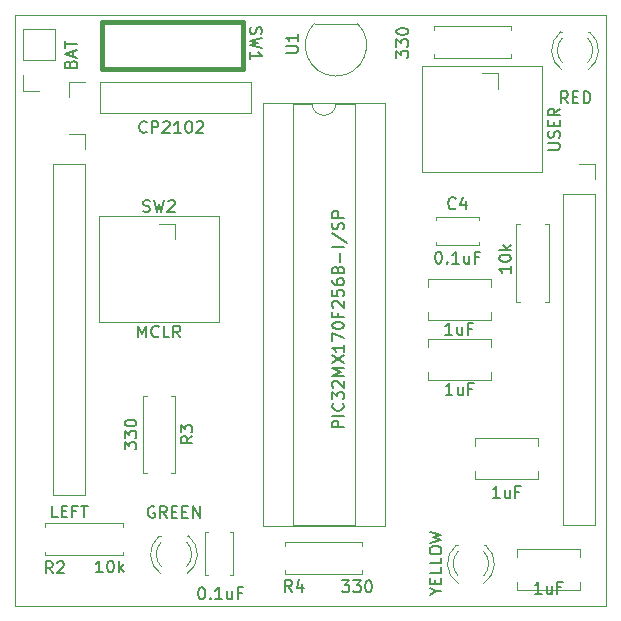
<source format=gbr>
%TF.GenerationSoftware,KiCad,Pcbnew,7.0.1*%
%TF.CreationDate,2023-04-17T16:28:37-05:00*%
%TF.ProjectId,MechCirc,4d656368-4369-4726-932e-6b696361645f,rev?*%
%TF.SameCoordinates,Original*%
%TF.FileFunction,Legend,Top*%
%TF.FilePolarity,Positive*%
%FSLAX46Y46*%
G04 Gerber Fmt 4.6, Leading zero omitted, Abs format (unit mm)*
G04 Created by KiCad (PCBNEW 7.0.1) date 2023-04-17 16:28:37*
%MOMM*%
%LPD*%
G01*
G04 APERTURE LIST*
%ADD10C,0.150000*%
%ADD11C,0.120000*%
%ADD12C,0.400000*%
%TA.AperFunction,Profile*%
%ADD13C,0.100000*%
%TD*%
G04 APERTURE END LIST*
D10*
%TO.C,R4*%
X148422190Y-123832408D02*
X148088857Y-123356217D01*
X147850762Y-123832408D02*
X147850762Y-122832408D01*
X147850762Y-122832408D02*
X148231714Y-122832408D01*
X148231714Y-122832408D02*
X148326952Y-122880027D01*
X148326952Y-122880027D02*
X148374571Y-122927646D01*
X148374571Y-122927646D02*
X148422190Y-123022884D01*
X148422190Y-123022884D02*
X148422190Y-123165741D01*
X148422190Y-123165741D02*
X148374571Y-123260979D01*
X148374571Y-123260979D02*
X148326952Y-123308598D01*
X148326952Y-123308598D02*
X148231714Y-123356217D01*
X148231714Y-123356217D02*
X147850762Y-123356217D01*
X149279333Y-123165741D02*
X149279333Y-123832408D01*
X149041238Y-122784789D02*
X148803143Y-123499074D01*
X148803143Y-123499074D02*
X149422190Y-123499074D01*
X152662562Y-122862183D02*
X153281609Y-122862183D01*
X153281609Y-122862183D02*
X152948276Y-123243135D01*
X152948276Y-123243135D02*
X153091133Y-123243135D01*
X153091133Y-123243135D02*
X153186371Y-123290754D01*
X153186371Y-123290754D02*
X153233990Y-123338373D01*
X153233990Y-123338373D02*
X153281609Y-123433611D01*
X153281609Y-123433611D02*
X153281609Y-123671706D01*
X153281609Y-123671706D02*
X153233990Y-123766944D01*
X153233990Y-123766944D02*
X153186371Y-123814564D01*
X153186371Y-123814564D02*
X153091133Y-123862183D01*
X153091133Y-123862183D02*
X152805419Y-123862183D01*
X152805419Y-123862183D02*
X152710181Y-123814564D01*
X152710181Y-123814564D02*
X152662562Y-123766944D01*
X153614943Y-122862183D02*
X154233990Y-122862183D01*
X154233990Y-122862183D02*
X153900657Y-123243135D01*
X153900657Y-123243135D02*
X154043514Y-123243135D01*
X154043514Y-123243135D02*
X154138752Y-123290754D01*
X154138752Y-123290754D02*
X154186371Y-123338373D01*
X154186371Y-123338373D02*
X154233990Y-123433611D01*
X154233990Y-123433611D02*
X154233990Y-123671706D01*
X154233990Y-123671706D02*
X154186371Y-123766944D01*
X154186371Y-123766944D02*
X154138752Y-123814564D01*
X154138752Y-123814564D02*
X154043514Y-123862183D01*
X154043514Y-123862183D02*
X153757800Y-123862183D01*
X153757800Y-123862183D02*
X153662562Y-123814564D01*
X153662562Y-123814564D02*
X153614943Y-123766944D01*
X154853038Y-122862183D02*
X154948276Y-122862183D01*
X154948276Y-122862183D02*
X155043514Y-122909802D01*
X155043514Y-122909802D02*
X155091133Y-122957421D01*
X155091133Y-122957421D02*
X155138752Y-123052659D01*
X155138752Y-123052659D02*
X155186371Y-123243135D01*
X155186371Y-123243135D02*
X155186371Y-123481230D01*
X155186371Y-123481230D02*
X155138752Y-123671706D01*
X155138752Y-123671706D02*
X155091133Y-123766944D01*
X155091133Y-123766944D02*
X155043514Y-123814564D01*
X155043514Y-123814564D02*
X154948276Y-123862183D01*
X154948276Y-123862183D02*
X154853038Y-123862183D01*
X154853038Y-123862183D02*
X154757800Y-123814564D01*
X154757800Y-123814564D02*
X154710181Y-123766944D01*
X154710181Y-123766944D02*
X154662562Y-123671706D01*
X154662562Y-123671706D02*
X154614943Y-123481230D01*
X154614943Y-123481230D02*
X154614943Y-123243135D01*
X154614943Y-123243135D02*
X154662562Y-123052659D01*
X154662562Y-123052659D02*
X154710181Y-122957421D01*
X154710181Y-122957421D02*
X154757800Y-122909802D01*
X154757800Y-122909802D02*
X154853038Y-122862183D01*
%TO.C,C4*%
X162267090Y-91349520D02*
X162219471Y-91397140D01*
X162219471Y-91397140D02*
X162076614Y-91444759D01*
X162076614Y-91444759D02*
X161981376Y-91444759D01*
X161981376Y-91444759D02*
X161838519Y-91397140D01*
X161838519Y-91397140D02*
X161743281Y-91301901D01*
X161743281Y-91301901D02*
X161695662Y-91206663D01*
X161695662Y-91206663D02*
X161648043Y-91016187D01*
X161648043Y-91016187D02*
X161648043Y-90873330D01*
X161648043Y-90873330D02*
X161695662Y-90682854D01*
X161695662Y-90682854D02*
X161743281Y-90587616D01*
X161743281Y-90587616D02*
X161838519Y-90492378D01*
X161838519Y-90492378D02*
X161981376Y-90444759D01*
X161981376Y-90444759D02*
X162076614Y-90444759D01*
X162076614Y-90444759D02*
X162219471Y-90492378D01*
X162219471Y-90492378D02*
X162267090Y-90539997D01*
X163124233Y-90778092D02*
X163124233Y-91444759D01*
X162886138Y-90397140D02*
X162648043Y-91111425D01*
X162648043Y-91111425D02*
X163267090Y-91111425D01*
X160790900Y-95044759D02*
X160886138Y-95044759D01*
X160886138Y-95044759D02*
X160981376Y-95092378D01*
X160981376Y-95092378D02*
X161028995Y-95139997D01*
X161028995Y-95139997D02*
X161076614Y-95235235D01*
X161076614Y-95235235D02*
X161124233Y-95425711D01*
X161124233Y-95425711D02*
X161124233Y-95663806D01*
X161124233Y-95663806D02*
X161076614Y-95854282D01*
X161076614Y-95854282D02*
X161028995Y-95949520D01*
X161028995Y-95949520D02*
X160981376Y-95997140D01*
X160981376Y-95997140D02*
X160886138Y-96044759D01*
X160886138Y-96044759D02*
X160790900Y-96044759D01*
X160790900Y-96044759D02*
X160695662Y-95997140D01*
X160695662Y-95997140D02*
X160648043Y-95949520D01*
X160648043Y-95949520D02*
X160600424Y-95854282D01*
X160600424Y-95854282D02*
X160552805Y-95663806D01*
X160552805Y-95663806D02*
X160552805Y-95425711D01*
X160552805Y-95425711D02*
X160600424Y-95235235D01*
X160600424Y-95235235D02*
X160648043Y-95139997D01*
X160648043Y-95139997D02*
X160695662Y-95092378D01*
X160695662Y-95092378D02*
X160790900Y-95044759D01*
X161552805Y-95949520D02*
X161600424Y-95997140D01*
X161600424Y-95997140D02*
X161552805Y-96044759D01*
X161552805Y-96044759D02*
X161505186Y-95997140D01*
X161505186Y-95997140D02*
X161552805Y-95949520D01*
X161552805Y-95949520D02*
X161552805Y-96044759D01*
X162552804Y-96044759D02*
X161981376Y-96044759D01*
X162267090Y-96044759D02*
X162267090Y-95044759D01*
X162267090Y-95044759D02*
X162171852Y-95187616D01*
X162171852Y-95187616D02*
X162076614Y-95282854D01*
X162076614Y-95282854D02*
X161981376Y-95330473D01*
X163409947Y-95378092D02*
X163409947Y-96044759D01*
X162981376Y-95378092D02*
X162981376Y-95901901D01*
X162981376Y-95901901D02*
X163028995Y-95997140D01*
X163028995Y-95997140D02*
X163124233Y-96044759D01*
X163124233Y-96044759D02*
X163267090Y-96044759D01*
X163267090Y-96044759D02*
X163362328Y-95997140D01*
X163362328Y-95997140D02*
X163409947Y-95949520D01*
X164219471Y-95520949D02*
X163886138Y-95520949D01*
X163886138Y-96044759D02*
X163886138Y-95044759D01*
X163886138Y-95044759D02*
X164362328Y-95044759D01*
%TO.C,R2*%
X128161739Y-122265044D02*
X127828406Y-121788853D01*
X127590311Y-122265044D02*
X127590311Y-121265044D01*
X127590311Y-121265044D02*
X127971263Y-121265044D01*
X127971263Y-121265044D02*
X128066501Y-121312663D01*
X128066501Y-121312663D02*
X128114120Y-121360282D01*
X128114120Y-121360282D02*
X128161739Y-121455520D01*
X128161739Y-121455520D02*
X128161739Y-121598377D01*
X128161739Y-121598377D02*
X128114120Y-121693615D01*
X128114120Y-121693615D02*
X128066501Y-121741234D01*
X128066501Y-121741234D02*
X127971263Y-121788853D01*
X127971263Y-121788853D02*
X127590311Y-121788853D01*
X128542692Y-121360282D02*
X128590311Y-121312663D01*
X128590311Y-121312663D02*
X128685549Y-121265044D01*
X128685549Y-121265044D02*
X128923644Y-121265044D01*
X128923644Y-121265044D02*
X129018882Y-121312663D01*
X129018882Y-121312663D02*
X129066501Y-121360282D01*
X129066501Y-121360282D02*
X129114120Y-121455520D01*
X129114120Y-121455520D02*
X129114120Y-121550758D01*
X129114120Y-121550758D02*
X129066501Y-121693615D01*
X129066501Y-121693615D02*
X128495073Y-122265044D01*
X128495073Y-122265044D02*
X129114120Y-122265044D01*
X132397847Y-122185645D02*
X131826419Y-122185645D01*
X132112133Y-122185645D02*
X132112133Y-121185645D01*
X132112133Y-121185645D02*
X132016895Y-121328502D01*
X132016895Y-121328502D02*
X131921657Y-121423740D01*
X131921657Y-121423740D02*
X131826419Y-121471359D01*
X133016895Y-121185645D02*
X133112133Y-121185645D01*
X133112133Y-121185645D02*
X133207371Y-121233264D01*
X133207371Y-121233264D02*
X133254990Y-121280883D01*
X133254990Y-121280883D02*
X133302609Y-121376121D01*
X133302609Y-121376121D02*
X133350228Y-121566597D01*
X133350228Y-121566597D02*
X133350228Y-121804692D01*
X133350228Y-121804692D02*
X133302609Y-121995168D01*
X133302609Y-121995168D02*
X133254990Y-122090406D01*
X133254990Y-122090406D02*
X133207371Y-122138026D01*
X133207371Y-122138026D02*
X133112133Y-122185645D01*
X133112133Y-122185645D02*
X133016895Y-122185645D01*
X133016895Y-122185645D02*
X132921657Y-122138026D01*
X132921657Y-122138026D02*
X132874038Y-122090406D01*
X132874038Y-122090406D02*
X132826419Y-121995168D01*
X132826419Y-121995168D02*
X132778800Y-121804692D01*
X132778800Y-121804692D02*
X132778800Y-121566597D01*
X132778800Y-121566597D02*
X132826419Y-121376121D01*
X132826419Y-121376121D02*
X132874038Y-121280883D01*
X132874038Y-121280883D02*
X132921657Y-121233264D01*
X132921657Y-121233264D02*
X133016895Y-121185645D01*
X133778800Y-122185645D02*
X133778800Y-121185645D01*
X133874038Y-121804692D02*
X134159752Y-122185645D01*
X134159752Y-121518978D02*
X133778800Y-121899930D01*
%TO.C,R5*%
X166952859Y-96251776D02*
X166952859Y-96823204D01*
X166952859Y-96537490D02*
X165952859Y-96537490D01*
X165952859Y-96537490D02*
X166095716Y-96632728D01*
X166095716Y-96632728D02*
X166190954Y-96727966D01*
X166190954Y-96727966D02*
X166238573Y-96823204D01*
X165952859Y-95632728D02*
X165952859Y-95537490D01*
X165952859Y-95537490D02*
X166000478Y-95442252D01*
X166000478Y-95442252D02*
X166048097Y-95394633D01*
X166048097Y-95394633D02*
X166143335Y-95347014D01*
X166143335Y-95347014D02*
X166333811Y-95299395D01*
X166333811Y-95299395D02*
X166571906Y-95299395D01*
X166571906Y-95299395D02*
X166762382Y-95347014D01*
X166762382Y-95347014D02*
X166857620Y-95394633D01*
X166857620Y-95394633D02*
X166905240Y-95442252D01*
X166905240Y-95442252D02*
X166952859Y-95537490D01*
X166952859Y-95537490D02*
X166952859Y-95632728D01*
X166952859Y-95632728D02*
X166905240Y-95727966D01*
X166905240Y-95727966D02*
X166857620Y-95775585D01*
X166857620Y-95775585D02*
X166762382Y-95823204D01*
X166762382Y-95823204D02*
X166571906Y-95870823D01*
X166571906Y-95870823D02*
X166333811Y-95870823D01*
X166333811Y-95870823D02*
X166143335Y-95823204D01*
X166143335Y-95823204D02*
X166048097Y-95775585D01*
X166048097Y-95775585D02*
X166000478Y-95727966D01*
X166000478Y-95727966D02*
X165952859Y-95632728D01*
X166952859Y-94870823D02*
X165952859Y-94870823D01*
X166571906Y-94775585D02*
X166952859Y-94489871D01*
X166286192Y-94489871D02*
X166667144Y-94870823D01*
%TO.C,SW1*%
X144910105Y-76046200D02*
X144862485Y-76189057D01*
X144862485Y-76189057D02*
X144862485Y-76427152D01*
X144862485Y-76427152D02*
X144910105Y-76522390D01*
X144910105Y-76522390D02*
X144957724Y-76570009D01*
X144957724Y-76570009D02*
X145052962Y-76617628D01*
X145052962Y-76617628D02*
X145148200Y-76617628D01*
X145148200Y-76617628D02*
X145243438Y-76570009D01*
X145243438Y-76570009D02*
X145291057Y-76522390D01*
X145291057Y-76522390D02*
X145338676Y-76427152D01*
X145338676Y-76427152D02*
X145386295Y-76236676D01*
X145386295Y-76236676D02*
X145433914Y-76141438D01*
X145433914Y-76141438D02*
X145481533Y-76093819D01*
X145481533Y-76093819D02*
X145576771Y-76046200D01*
X145576771Y-76046200D02*
X145672009Y-76046200D01*
X145672009Y-76046200D02*
X145767247Y-76093819D01*
X145767247Y-76093819D02*
X145814866Y-76141438D01*
X145814866Y-76141438D02*
X145862485Y-76236676D01*
X145862485Y-76236676D02*
X145862485Y-76474771D01*
X145862485Y-76474771D02*
X145814866Y-76617628D01*
X145862485Y-76950962D02*
X144862485Y-77189057D01*
X144862485Y-77189057D02*
X145576771Y-77379533D01*
X145576771Y-77379533D02*
X144862485Y-77570009D01*
X144862485Y-77570009D02*
X145862485Y-77808105D01*
X144862485Y-78712866D02*
X144862485Y-78141438D01*
X144862485Y-78427152D02*
X145862485Y-78427152D01*
X145862485Y-78427152D02*
X145719628Y-78331914D01*
X145719628Y-78331914D02*
X145624390Y-78236676D01*
X145624390Y-78236676D02*
X145576771Y-78141438D01*
%TO.C,D2*%
X136765237Y-116628133D02*
X136669999Y-116580514D01*
X136669999Y-116580514D02*
X136527142Y-116580514D01*
X136527142Y-116580514D02*
X136384285Y-116628133D01*
X136384285Y-116628133D02*
X136289047Y-116723371D01*
X136289047Y-116723371D02*
X136241428Y-116818609D01*
X136241428Y-116818609D02*
X136193809Y-117009085D01*
X136193809Y-117009085D02*
X136193809Y-117151942D01*
X136193809Y-117151942D02*
X136241428Y-117342418D01*
X136241428Y-117342418D02*
X136289047Y-117437656D01*
X136289047Y-117437656D02*
X136384285Y-117532895D01*
X136384285Y-117532895D02*
X136527142Y-117580514D01*
X136527142Y-117580514D02*
X136622380Y-117580514D01*
X136622380Y-117580514D02*
X136765237Y-117532895D01*
X136765237Y-117532895D02*
X136812856Y-117485275D01*
X136812856Y-117485275D02*
X136812856Y-117151942D01*
X136812856Y-117151942D02*
X136622380Y-117151942D01*
X137812856Y-117580514D02*
X137479523Y-117104323D01*
X137241428Y-117580514D02*
X137241428Y-116580514D01*
X137241428Y-116580514D02*
X137622380Y-116580514D01*
X137622380Y-116580514D02*
X137717618Y-116628133D01*
X137717618Y-116628133D02*
X137765237Y-116675752D01*
X137765237Y-116675752D02*
X137812856Y-116770990D01*
X137812856Y-116770990D02*
X137812856Y-116913847D01*
X137812856Y-116913847D02*
X137765237Y-117009085D01*
X137765237Y-117009085D02*
X137717618Y-117056704D01*
X137717618Y-117056704D02*
X137622380Y-117104323D01*
X137622380Y-117104323D02*
X137241428Y-117104323D01*
X138241428Y-117056704D02*
X138574761Y-117056704D01*
X138717618Y-117580514D02*
X138241428Y-117580514D01*
X138241428Y-117580514D02*
X138241428Y-116580514D01*
X138241428Y-116580514D02*
X138717618Y-116580514D01*
X139146190Y-117056704D02*
X139479523Y-117056704D01*
X139622380Y-117580514D02*
X139146190Y-117580514D01*
X139146190Y-117580514D02*
X139146190Y-116580514D01*
X139146190Y-116580514D02*
X139622380Y-116580514D01*
X140050952Y-117580514D02*
X140050952Y-116580514D01*
X140050952Y-116580514D02*
X140622380Y-117580514D01*
X140622380Y-117580514D02*
X140622380Y-116580514D01*
%TO.C,SW2*%
X135826667Y-91625000D02*
X135969524Y-91672619D01*
X135969524Y-91672619D02*
X136207619Y-91672619D01*
X136207619Y-91672619D02*
X136302857Y-91625000D01*
X136302857Y-91625000D02*
X136350476Y-91577380D01*
X136350476Y-91577380D02*
X136398095Y-91482142D01*
X136398095Y-91482142D02*
X136398095Y-91386904D01*
X136398095Y-91386904D02*
X136350476Y-91291666D01*
X136350476Y-91291666D02*
X136302857Y-91244047D01*
X136302857Y-91244047D02*
X136207619Y-91196428D01*
X136207619Y-91196428D02*
X136017143Y-91148809D01*
X136017143Y-91148809D02*
X135921905Y-91101190D01*
X135921905Y-91101190D02*
X135874286Y-91053571D01*
X135874286Y-91053571D02*
X135826667Y-90958333D01*
X135826667Y-90958333D02*
X135826667Y-90863095D01*
X135826667Y-90863095D02*
X135874286Y-90767857D01*
X135874286Y-90767857D02*
X135921905Y-90720238D01*
X135921905Y-90720238D02*
X136017143Y-90672619D01*
X136017143Y-90672619D02*
X136255238Y-90672619D01*
X136255238Y-90672619D02*
X136398095Y-90720238D01*
X136731429Y-90672619D02*
X136969524Y-91672619D01*
X136969524Y-91672619D02*
X137160000Y-90958333D01*
X137160000Y-90958333D02*
X137350476Y-91672619D01*
X137350476Y-91672619D02*
X137588572Y-90672619D01*
X137921905Y-90767857D02*
X137969524Y-90720238D01*
X137969524Y-90720238D02*
X138064762Y-90672619D01*
X138064762Y-90672619D02*
X138302857Y-90672619D01*
X138302857Y-90672619D02*
X138398095Y-90720238D01*
X138398095Y-90720238D02*
X138445714Y-90767857D01*
X138445714Y-90767857D02*
X138493333Y-90863095D01*
X138493333Y-90863095D02*
X138493333Y-90958333D01*
X138493333Y-90958333D02*
X138445714Y-91101190D01*
X138445714Y-91101190D02*
X137874286Y-91672619D01*
X137874286Y-91672619D02*
X138493333Y-91672619D01*
X135421905Y-102292619D02*
X135421905Y-101292619D01*
X135421905Y-101292619D02*
X135755238Y-102006904D01*
X135755238Y-102006904D02*
X136088571Y-101292619D01*
X136088571Y-101292619D02*
X136088571Y-102292619D01*
X137136190Y-102197380D02*
X137088571Y-102245000D01*
X137088571Y-102245000D02*
X136945714Y-102292619D01*
X136945714Y-102292619D02*
X136850476Y-102292619D01*
X136850476Y-102292619D02*
X136707619Y-102245000D01*
X136707619Y-102245000D02*
X136612381Y-102149761D01*
X136612381Y-102149761D02*
X136564762Y-102054523D01*
X136564762Y-102054523D02*
X136517143Y-101864047D01*
X136517143Y-101864047D02*
X136517143Y-101721190D01*
X136517143Y-101721190D02*
X136564762Y-101530714D01*
X136564762Y-101530714D02*
X136612381Y-101435476D01*
X136612381Y-101435476D02*
X136707619Y-101340238D01*
X136707619Y-101340238D02*
X136850476Y-101292619D01*
X136850476Y-101292619D02*
X136945714Y-101292619D01*
X136945714Y-101292619D02*
X137088571Y-101340238D01*
X137088571Y-101340238D02*
X137136190Y-101387857D01*
X138040952Y-102292619D02*
X137564762Y-102292619D01*
X137564762Y-102292619D02*
X137564762Y-101292619D01*
X138945714Y-102292619D02*
X138612381Y-101816428D01*
X138374286Y-102292619D02*
X138374286Y-101292619D01*
X138374286Y-101292619D02*
X138755238Y-101292619D01*
X138755238Y-101292619D02*
X138850476Y-101340238D01*
X138850476Y-101340238D02*
X138898095Y-101387857D01*
X138898095Y-101387857D02*
X138945714Y-101483095D01*
X138945714Y-101483095D02*
X138945714Y-101625952D01*
X138945714Y-101625952D02*
X138898095Y-101721190D01*
X138898095Y-101721190D02*
X138850476Y-101768809D01*
X138850476Y-101768809D02*
X138755238Y-101816428D01*
X138755238Y-101816428D02*
X138374286Y-101816428D01*
%TO.C,D1*%
X171770233Y-82466371D02*
X171436900Y-81990180D01*
X171198805Y-82466371D02*
X171198805Y-81466371D01*
X171198805Y-81466371D02*
X171579757Y-81466371D01*
X171579757Y-81466371D02*
X171674995Y-81513990D01*
X171674995Y-81513990D02*
X171722614Y-81561609D01*
X171722614Y-81561609D02*
X171770233Y-81656847D01*
X171770233Y-81656847D02*
X171770233Y-81799704D01*
X171770233Y-81799704D02*
X171722614Y-81894942D01*
X171722614Y-81894942D02*
X171674995Y-81942561D01*
X171674995Y-81942561D02*
X171579757Y-81990180D01*
X171579757Y-81990180D02*
X171198805Y-81990180D01*
X172198805Y-81942561D02*
X172532138Y-81942561D01*
X172674995Y-82466371D02*
X172198805Y-82466371D01*
X172198805Y-82466371D02*
X172198805Y-81466371D01*
X172198805Y-81466371D02*
X172674995Y-81466371D01*
X173103567Y-82466371D02*
X173103567Y-81466371D01*
X173103567Y-81466371D02*
X173341662Y-81466371D01*
X173341662Y-81466371D02*
X173484519Y-81513990D01*
X173484519Y-81513990D02*
X173579757Y-81609228D01*
X173579757Y-81609228D02*
X173627376Y-81704466D01*
X173627376Y-81704466D02*
X173674995Y-81894942D01*
X173674995Y-81894942D02*
X173674995Y-82037799D01*
X173674995Y-82037799D02*
X173627376Y-82228275D01*
X173627376Y-82228275D02*
X173579757Y-82323513D01*
X173579757Y-82323513D02*
X173484519Y-82418752D01*
X173484519Y-82418752D02*
X173341662Y-82466371D01*
X173341662Y-82466371D02*
X173103567Y-82466371D01*
%TO.C,J2*%
X136113748Y-84892806D02*
X136066129Y-84940426D01*
X136066129Y-84940426D02*
X135923272Y-84988045D01*
X135923272Y-84988045D02*
X135828034Y-84988045D01*
X135828034Y-84988045D02*
X135685177Y-84940426D01*
X135685177Y-84940426D02*
X135589939Y-84845187D01*
X135589939Y-84845187D02*
X135542320Y-84749949D01*
X135542320Y-84749949D02*
X135494701Y-84559473D01*
X135494701Y-84559473D02*
X135494701Y-84416616D01*
X135494701Y-84416616D02*
X135542320Y-84226140D01*
X135542320Y-84226140D02*
X135589939Y-84130902D01*
X135589939Y-84130902D02*
X135685177Y-84035664D01*
X135685177Y-84035664D02*
X135828034Y-83988045D01*
X135828034Y-83988045D02*
X135923272Y-83988045D01*
X135923272Y-83988045D02*
X136066129Y-84035664D01*
X136066129Y-84035664D02*
X136113748Y-84083283D01*
X136542320Y-84988045D02*
X136542320Y-83988045D01*
X136542320Y-83988045D02*
X136923272Y-83988045D01*
X136923272Y-83988045D02*
X137018510Y-84035664D01*
X137018510Y-84035664D02*
X137066129Y-84083283D01*
X137066129Y-84083283D02*
X137113748Y-84178521D01*
X137113748Y-84178521D02*
X137113748Y-84321378D01*
X137113748Y-84321378D02*
X137066129Y-84416616D01*
X137066129Y-84416616D02*
X137018510Y-84464235D01*
X137018510Y-84464235D02*
X136923272Y-84511854D01*
X136923272Y-84511854D02*
X136542320Y-84511854D01*
X137494701Y-84083283D02*
X137542320Y-84035664D01*
X137542320Y-84035664D02*
X137637558Y-83988045D01*
X137637558Y-83988045D02*
X137875653Y-83988045D01*
X137875653Y-83988045D02*
X137970891Y-84035664D01*
X137970891Y-84035664D02*
X138018510Y-84083283D01*
X138018510Y-84083283D02*
X138066129Y-84178521D01*
X138066129Y-84178521D02*
X138066129Y-84273759D01*
X138066129Y-84273759D02*
X138018510Y-84416616D01*
X138018510Y-84416616D02*
X137447082Y-84988045D01*
X137447082Y-84988045D02*
X138066129Y-84988045D01*
X139018510Y-84988045D02*
X138447082Y-84988045D01*
X138732796Y-84988045D02*
X138732796Y-83988045D01*
X138732796Y-83988045D02*
X138637558Y-84130902D01*
X138637558Y-84130902D02*
X138542320Y-84226140D01*
X138542320Y-84226140D02*
X138447082Y-84273759D01*
X139637558Y-83988045D02*
X139732796Y-83988045D01*
X139732796Y-83988045D02*
X139828034Y-84035664D01*
X139828034Y-84035664D02*
X139875653Y-84083283D01*
X139875653Y-84083283D02*
X139923272Y-84178521D01*
X139923272Y-84178521D02*
X139970891Y-84368997D01*
X139970891Y-84368997D02*
X139970891Y-84607092D01*
X139970891Y-84607092D02*
X139923272Y-84797568D01*
X139923272Y-84797568D02*
X139875653Y-84892806D01*
X139875653Y-84892806D02*
X139828034Y-84940426D01*
X139828034Y-84940426D02*
X139732796Y-84988045D01*
X139732796Y-84988045D02*
X139637558Y-84988045D01*
X139637558Y-84988045D02*
X139542320Y-84940426D01*
X139542320Y-84940426D02*
X139494701Y-84892806D01*
X139494701Y-84892806D02*
X139447082Y-84797568D01*
X139447082Y-84797568D02*
X139399463Y-84607092D01*
X139399463Y-84607092D02*
X139399463Y-84368997D01*
X139399463Y-84368997D02*
X139447082Y-84178521D01*
X139447082Y-84178521D02*
X139494701Y-84083283D01*
X139494701Y-84083283D02*
X139542320Y-84035664D01*
X139542320Y-84035664D02*
X139637558Y-83988045D01*
X140351844Y-84083283D02*
X140399463Y-84035664D01*
X140399463Y-84035664D02*
X140494701Y-83988045D01*
X140494701Y-83988045D02*
X140732796Y-83988045D01*
X140732796Y-83988045D02*
X140828034Y-84035664D01*
X140828034Y-84035664D02*
X140875653Y-84083283D01*
X140875653Y-84083283D02*
X140923272Y-84178521D01*
X140923272Y-84178521D02*
X140923272Y-84273759D01*
X140923272Y-84273759D02*
X140875653Y-84416616D01*
X140875653Y-84416616D02*
X140304225Y-84988045D01*
X140304225Y-84988045D02*
X140923272Y-84988045D01*
%TO.C,U2*%
X152827222Y-109916887D02*
X151827222Y-109916887D01*
X151827222Y-109916887D02*
X151827222Y-109535935D01*
X151827222Y-109535935D02*
X151874841Y-109440697D01*
X151874841Y-109440697D02*
X151922460Y-109393078D01*
X151922460Y-109393078D02*
X152017698Y-109345459D01*
X152017698Y-109345459D02*
X152160555Y-109345459D01*
X152160555Y-109345459D02*
X152255793Y-109393078D01*
X152255793Y-109393078D02*
X152303412Y-109440697D01*
X152303412Y-109440697D02*
X152351031Y-109535935D01*
X152351031Y-109535935D02*
X152351031Y-109916887D01*
X152827222Y-108916887D02*
X151827222Y-108916887D01*
X152731983Y-107869269D02*
X152779603Y-107916888D01*
X152779603Y-107916888D02*
X152827222Y-108059745D01*
X152827222Y-108059745D02*
X152827222Y-108154983D01*
X152827222Y-108154983D02*
X152779603Y-108297840D01*
X152779603Y-108297840D02*
X152684364Y-108393078D01*
X152684364Y-108393078D02*
X152589126Y-108440697D01*
X152589126Y-108440697D02*
X152398650Y-108488316D01*
X152398650Y-108488316D02*
X152255793Y-108488316D01*
X152255793Y-108488316D02*
X152065317Y-108440697D01*
X152065317Y-108440697D02*
X151970079Y-108393078D01*
X151970079Y-108393078D02*
X151874841Y-108297840D01*
X151874841Y-108297840D02*
X151827222Y-108154983D01*
X151827222Y-108154983D02*
X151827222Y-108059745D01*
X151827222Y-108059745D02*
X151874841Y-107916888D01*
X151874841Y-107916888D02*
X151922460Y-107869269D01*
X151827222Y-107535935D02*
X151827222Y-106916888D01*
X151827222Y-106916888D02*
X152208174Y-107250221D01*
X152208174Y-107250221D02*
X152208174Y-107107364D01*
X152208174Y-107107364D02*
X152255793Y-107012126D01*
X152255793Y-107012126D02*
X152303412Y-106964507D01*
X152303412Y-106964507D02*
X152398650Y-106916888D01*
X152398650Y-106916888D02*
X152636745Y-106916888D01*
X152636745Y-106916888D02*
X152731983Y-106964507D01*
X152731983Y-106964507D02*
X152779603Y-107012126D01*
X152779603Y-107012126D02*
X152827222Y-107107364D01*
X152827222Y-107107364D02*
X152827222Y-107393078D01*
X152827222Y-107393078D02*
X152779603Y-107488316D01*
X152779603Y-107488316D02*
X152731983Y-107535935D01*
X151922460Y-106535935D02*
X151874841Y-106488316D01*
X151874841Y-106488316D02*
X151827222Y-106393078D01*
X151827222Y-106393078D02*
X151827222Y-106154983D01*
X151827222Y-106154983D02*
X151874841Y-106059745D01*
X151874841Y-106059745D02*
X151922460Y-106012126D01*
X151922460Y-106012126D02*
X152017698Y-105964507D01*
X152017698Y-105964507D02*
X152112936Y-105964507D01*
X152112936Y-105964507D02*
X152255793Y-106012126D01*
X152255793Y-106012126D02*
X152827222Y-106583554D01*
X152827222Y-106583554D02*
X152827222Y-105964507D01*
X152827222Y-105535935D02*
X151827222Y-105535935D01*
X151827222Y-105535935D02*
X152541507Y-105202602D01*
X152541507Y-105202602D02*
X151827222Y-104869269D01*
X151827222Y-104869269D02*
X152827222Y-104869269D01*
X151827222Y-104488316D02*
X152827222Y-103821650D01*
X151827222Y-103821650D02*
X152827222Y-104488316D01*
X152827222Y-102916888D02*
X152827222Y-103488316D01*
X152827222Y-103202602D02*
X151827222Y-103202602D01*
X151827222Y-103202602D02*
X151970079Y-103297840D01*
X151970079Y-103297840D02*
X152065317Y-103393078D01*
X152065317Y-103393078D02*
X152112936Y-103488316D01*
X151827222Y-102583554D02*
X151827222Y-101916888D01*
X151827222Y-101916888D02*
X152827222Y-102345459D01*
X151827222Y-101345459D02*
X151827222Y-101250221D01*
X151827222Y-101250221D02*
X151874841Y-101154983D01*
X151874841Y-101154983D02*
X151922460Y-101107364D01*
X151922460Y-101107364D02*
X152017698Y-101059745D01*
X152017698Y-101059745D02*
X152208174Y-101012126D01*
X152208174Y-101012126D02*
X152446269Y-101012126D01*
X152446269Y-101012126D02*
X152636745Y-101059745D01*
X152636745Y-101059745D02*
X152731983Y-101107364D01*
X152731983Y-101107364D02*
X152779603Y-101154983D01*
X152779603Y-101154983D02*
X152827222Y-101250221D01*
X152827222Y-101250221D02*
X152827222Y-101345459D01*
X152827222Y-101345459D02*
X152779603Y-101440697D01*
X152779603Y-101440697D02*
X152731983Y-101488316D01*
X152731983Y-101488316D02*
X152636745Y-101535935D01*
X152636745Y-101535935D02*
X152446269Y-101583554D01*
X152446269Y-101583554D02*
X152208174Y-101583554D01*
X152208174Y-101583554D02*
X152017698Y-101535935D01*
X152017698Y-101535935D02*
X151922460Y-101488316D01*
X151922460Y-101488316D02*
X151874841Y-101440697D01*
X151874841Y-101440697D02*
X151827222Y-101345459D01*
X152303412Y-100250221D02*
X152303412Y-100583554D01*
X152827222Y-100583554D02*
X151827222Y-100583554D01*
X151827222Y-100583554D02*
X151827222Y-100107364D01*
X151922460Y-99774030D02*
X151874841Y-99726411D01*
X151874841Y-99726411D02*
X151827222Y-99631173D01*
X151827222Y-99631173D02*
X151827222Y-99393078D01*
X151827222Y-99393078D02*
X151874841Y-99297840D01*
X151874841Y-99297840D02*
X151922460Y-99250221D01*
X151922460Y-99250221D02*
X152017698Y-99202602D01*
X152017698Y-99202602D02*
X152112936Y-99202602D01*
X152112936Y-99202602D02*
X152255793Y-99250221D01*
X152255793Y-99250221D02*
X152827222Y-99821649D01*
X152827222Y-99821649D02*
X152827222Y-99202602D01*
X151827222Y-98297840D02*
X151827222Y-98774030D01*
X151827222Y-98774030D02*
X152303412Y-98821649D01*
X152303412Y-98821649D02*
X152255793Y-98774030D01*
X152255793Y-98774030D02*
X152208174Y-98678792D01*
X152208174Y-98678792D02*
X152208174Y-98440697D01*
X152208174Y-98440697D02*
X152255793Y-98345459D01*
X152255793Y-98345459D02*
X152303412Y-98297840D01*
X152303412Y-98297840D02*
X152398650Y-98250221D01*
X152398650Y-98250221D02*
X152636745Y-98250221D01*
X152636745Y-98250221D02*
X152731983Y-98297840D01*
X152731983Y-98297840D02*
X152779603Y-98345459D01*
X152779603Y-98345459D02*
X152827222Y-98440697D01*
X152827222Y-98440697D02*
X152827222Y-98678792D01*
X152827222Y-98678792D02*
X152779603Y-98774030D01*
X152779603Y-98774030D02*
X152731983Y-98821649D01*
X151827222Y-97393078D02*
X151827222Y-97583554D01*
X151827222Y-97583554D02*
X151874841Y-97678792D01*
X151874841Y-97678792D02*
X151922460Y-97726411D01*
X151922460Y-97726411D02*
X152065317Y-97821649D01*
X152065317Y-97821649D02*
X152255793Y-97869268D01*
X152255793Y-97869268D02*
X152636745Y-97869268D01*
X152636745Y-97869268D02*
X152731983Y-97821649D01*
X152731983Y-97821649D02*
X152779603Y-97774030D01*
X152779603Y-97774030D02*
X152827222Y-97678792D01*
X152827222Y-97678792D02*
X152827222Y-97488316D01*
X152827222Y-97488316D02*
X152779603Y-97393078D01*
X152779603Y-97393078D02*
X152731983Y-97345459D01*
X152731983Y-97345459D02*
X152636745Y-97297840D01*
X152636745Y-97297840D02*
X152398650Y-97297840D01*
X152398650Y-97297840D02*
X152303412Y-97345459D01*
X152303412Y-97345459D02*
X152255793Y-97393078D01*
X152255793Y-97393078D02*
X152208174Y-97488316D01*
X152208174Y-97488316D02*
X152208174Y-97678792D01*
X152208174Y-97678792D02*
X152255793Y-97774030D01*
X152255793Y-97774030D02*
X152303412Y-97821649D01*
X152303412Y-97821649D02*
X152398650Y-97869268D01*
X152303412Y-96535935D02*
X152351031Y-96393078D01*
X152351031Y-96393078D02*
X152398650Y-96345459D01*
X152398650Y-96345459D02*
X152493888Y-96297840D01*
X152493888Y-96297840D02*
X152636745Y-96297840D01*
X152636745Y-96297840D02*
X152731983Y-96345459D01*
X152731983Y-96345459D02*
X152779603Y-96393078D01*
X152779603Y-96393078D02*
X152827222Y-96488316D01*
X152827222Y-96488316D02*
X152827222Y-96869268D01*
X152827222Y-96869268D02*
X151827222Y-96869268D01*
X151827222Y-96869268D02*
X151827222Y-96535935D01*
X151827222Y-96535935D02*
X151874841Y-96440697D01*
X151874841Y-96440697D02*
X151922460Y-96393078D01*
X151922460Y-96393078D02*
X152017698Y-96345459D01*
X152017698Y-96345459D02*
X152112936Y-96345459D01*
X152112936Y-96345459D02*
X152208174Y-96393078D01*
X152208174Y-96393078D02*
X152255793Y-96440697D01*
X152255793Y-96440697D02*
X152303412Y-96535935D01*
X152303412Y-96535935D02*
X152303412Y-96869268D01*
X152446269Y-95869268D02*
X152446269Y-95107364D01*
X152827222Y-94631173D02*
X151827222Y-94631173D01*
X151779603Y-93440698D02*
X153065317Y-94297840D01*
X152779603Y-93154983D02*
X152827222Y-93012126D01*
X152827222Y-93012126D02*
X152827222Y-92774031D01*
X152827222Y-92774031D02*
X152779603Y-92678793D01*
X152779603Y-92678793D02*
X152731983Y-92631174D01*
X152731983Y-92631174D02*
X152636745Y-92583555D01*
X152636745Y-92583555D02*
X152541507Y-92583555D01*
X152541507Y-92583555D02*
X152446269Y-92631174D01*
X152446269Y-92631174D02*
X152398650Y-92678793D01*
X152398650Y-92678793D02*
X152351031Y-92774031D01*
X152351031Y-92774031D02*
X152303412Y-92964507D01*
X152303412Y-92964507D02*
X152255793Y-93059745D01*
X152255793Y-93059745D02*
X152208174Y-93107364D01*
X152208174Y-93107364D02*
X152112936Y-93154983D01*
X152112936Y-93154983D02*
X152017698Y-93154983D01*
X152017698Y-93154983D02*
X151922460Y-93107364D01*
X151922460Y-93107364D02*
X151874841Y-93059745D01*
X151874841Y-93059745D02*
X151827222Y-92964507D01*
X151827222Y-92964507D02*
X151827222Y-92726412D01*
X151827222Y-92726412D02*
X151874841Y-92583555D01*
X152827222Y-92154983D02*
X151827222Y-92154983D01*
X151827222Y-92154983D02*
X151827222Y-91774031D01*
X151827222Y-91774031D02*
X151874841Y-91678793D01*
X151874841Y-91678793D02*
X151922460Y-91631174D01*
X151922460Y-91631174D02*
X152017698Y-91583555D01*
X152017698Y-91583555D02*
X152160555Y-91583555D01*
X152160555Y-91583555D02*
X152255793Y-91631174D01*
X152255793Y-91631174D02*
X152303412Y-91678793D01*
X152303412Y-91678793D02*
X152351031Y-91774031D01*
X152351031Y-91774031D02*
X152351031Y-92154983D01*
%TO.C,C1*%
X165988713Y-115878158D02*
X165417285Y-115878158D01*
X165702999Y-115878158D02*
X165702999Y-114878158D01*
X165702999Y-114878158D02*
X165607761Y-115021015D01*
X165607761Y-115021015D02*
X165512523Y-115116253D01*
X165512523Y-115116253D02*
X165417285Y-115163872D01*
X166845856Y-115211491D02*
X166845856Y-115878158D01*
X166417285Y-115211491D02*
X166417285Y-115735300D01*
X166417285Y-115735300D02*
X166464904Y-115830539D01*
X166464904Y-115830539D02*
X166560142Y-115878158D01*
X166560142Y-115878158D02*
X166702999Y-115878158D01*
X166702999Y-115878158D02*
X166798237Y-115830539D01*
X166798237Y-115830539D02*
X166845856Y-115782919D01*
X167655380Y-115354348D02*
X167322047Y-115354348D01*
X167322047Y-115878158D02*
X167322047Y-114878158D01*
X167322047Y-114878158D02*
X167798237Y-114878158D01*
%TO.C,U1*%
X147914051Y-78200986D02*
X148723574Y-78200986D01*
X148723574Y-78200986D02*
X148818812Y-78153367D01*
X148818812Y-78153367D02*
X148866432Y-78105748D01*
X148866432Y-78105748D02*
X148914051Y-78010510D01*
X148914051Y-78010510D02*
X148914051Y-77820034D01*
X148914051Y-77820034D02*
X148866432Y-77724796D01*
X148866432Y-77724796D02*
X148818812Y-77677177D01*
X148818812Y-77677177D02*
X148723574Y-77629558D01*
X148723574Y-77629558D02*
X147914051Y-77629558D01*
X148914051Y-76629558D02*
X148914051Y-77200986D01*
X148914051Y-76915272D02*
X147914051Y-76915272D01*
X147914051Y-76915272D02*
X148056908Y-77010510D01*
X148056908Y-77010510D02*
X148152146Y-77105748D01*
X148152146Y-77105748D02*
X148199765Y-77200986D01*
%TO.C,R1*%
X157258690Y-78635472D02*
X157258690Y-78016425D01*
X157258690Y-78016425D02*
X157639642Y-78349758D01*
X157639642Y-78349758D02*
X157639642Y-78206901D01*
X157639642Y-78206901D02*
X157687261Y-78111663D01*
X157687261Y-78111663D02*
X157734880Y-78064044D01*
X157734880Y-78064044D02*
X157830118Y-78016425D01*
X157830118Y-78016425D02*
X158068213Y-78016425D01*
X158068213Y-78016425D02*
X158163451Y-78064044D01*
X158163451Y-78064044D02*
X158211071Y-78111663D01*
X158211071Y-78111663D02*
X158258690Y-78206901D01*
X158258690Y-78206901D02*
X158258690Y-78492615D01*
X158258690Y-78492615D02*
X158211071Y-78587853D01*
X158211071Y-78587853D02*
X158163451Y-78635472D01*
X157258690Y-77683091D02*
X157258690Y-77064044D01*
X157258690Y-77064044D02*
X157639642Y-77397377D01*
X157639642Y-77397377D02*
X157639642Y-77254520D01*
X157639642Y-77254520D02*
X157687261Y-77159282D01*
X157687261Y-77159282D02*
X157734880Y-77111663D01*
X157734880Y-77111663D02*
X157830118Y-77064044D01*
X157830118Y-77064044D02*
X158068213Y-77064044D01*
X158068213Y-77064044D02*
X158163451Y-77111663D01*
X158163451Y-77111663D02*
X158211071Y-77159282D01*
X158211071Y-77159282D02*
X158258690Y-77254520D01*
X158258690Y-77254520D02*
X158258690Y-77540234D01*
X158258690Y-77540234D02*
X158211071Y-77635472D01*
X158211071Y-77635472D02*
X158163451Y-77683091D01*
X157258690Y-76444996D02*
X157258690Y-76349758D01*
X157258690Y-76349758D02*
X157306309Y-76254520D01*
X157306309Y-76254520D02*
X157353928Y-76206901D01*
X157353928Y-76206901D02*
X157449166Y-76159282D01*
X157449166Y-76159282D02*
X157639642Y-76111663D01*
X157639642Y-76111663D02*
X157877737Y-76111663D01*
X157877737Y-76111663D02*
X158068213Y-76159282D01*
X158068213Y-76159282D02*
X158163451Y-76206901D01*
X158163451Y-76206901D02*
X158211071Y-76254520D01*
X158211071Y-76254520D02*
X158258690Y-76349758D01*
X158258690Y-76349758D02*
X158258690Y-76444996D01*
X158258690Y-76444996D02*
X158211071Y-76540234D01*
X158211071Y-76540234D02*
X158163451Y-76587853D01*
X158163451Y-76587853D02*
X158068213Y-76635472D01*
X158068213Y-76635472D02*
X157877737Y-76683091D01*
X157877737Y-76683091D02*
X157639642Y-76683091D01*
X157639642Y-76683091D02*
X157449166Y-76635472D01*
X157449166Y-76635472D02*
X157353928Y-76587853D01*
X157353928Y-76587853D02*
X157306309Y-76540234D01*
X157306309Y-76540234D02*
X157258690Y-76444996D01*
%TO.C,C5*%
X162004761Y-107142619D02*
X161433333Y-107142619D01*
X161719047Y-107142619D02*
X161719047Y-106142619D01*
X161719047Y-106142619D02*
X161623809Y-106285476D01*
X161623809Y-106285476D02*
X161528571Y-106380714D01*
X161528571Y-106380714D02*
X161433333Y-106428333D01*
X162861904Y-106475952D02*
X162861904Y-107142619D01*
X162433333Y-106475952D02*
X162433333Y-106999761D01*
X162433333Y-106999761D02*
X162480952Y-107095000D01*
X162480952Y-107095000D02*
X162576190Y-107142619D01*
X162576190Y-107142619D02*
X162719047Y-107142619D01*
X162719047Y-107142619D02*
X162814285Y-107095000D01*
X162814285Y-107095000D02*
X162861904Y-107047380D01*
X163671428Y-106618809D02*
X163338095Y-106618809D01*
X163338095Y-107142619D02*
X163338095Y-106142619D01*
X163338095Y-106142619D02*
X163814285Y-106142619D01*
%TO.C,R3*%
X139992619Y-110656666D02*
X139516428Y-110989999D01*
X139992619Y-111228094D02*
X138992619Y-111228094D01*
X138992619Y-111228094D02*
X138992619Y-110847142D01*
X138992619Y-110847142D02*
X139040238Y-110751904D01*
X139040238Y-110751904D02*
X139087857Y-110704285D01*
X139087857Y-110704285D02*
X139183095Y-110656666D01*
X139183095Y-110656666D02*
X139325952Y-110656666D01*
X139325952Y-110656666D02*
X139421190Y-110704285D01*
X139421190Y-110704285D02*
X139468809Y-110751904D01*
X139468809Y-110751904D02*
X139516428Y-110847142D01*
X139516428Y-110847142D02*
X139516428Y-111228094D01*
X138992619Y-110323332D02*
X138992619Y-109704285D01*
X138992619Y-109704285D02*
X139373571Y-110037618D01*
X139373571Y-110037618D02*
X139373571Y-109894761D01*
X139373571Y-109894761D02*
X139421190Y-109799523D01*
X139421190Y-109799523D02*
X139468809Y-109751904D01*
X139468809Y-109751904D02*
X139564047Y-109704285D01*
X139564047Y-109704285D02*
X139802142Y-109704285D01*
X139802142Y-109704285D02*
X139897380Y-109751904D01*
X139897380Y-109751904D02*
X139945000Y-109799523D01*
X139945000Y-109799523D02*
X139992619Y-109894761D01*
X139992619Y-109894761D02*
X139992619Y-110180475D01*
X139992619Y-110180475D02*
X139945000Y-110275713D01*
X139945000Y-110275713D02*
X139897380Y-110323332D01*
X134252619Y-111775713D02*
X134252619Y-111156666D01*
X134252619Y-111156666D02*
X134633571Y-111489999D01*
X134633571Y-111489999D02*
X134633571Y-111347142D01*
X134633571Y-111347142D02*
X134681190Y-111251904D01*
X134681190Y-111251904D02*
X134728809Y-111204285D01*
X134728809Y-111204285D02*
X134824047Y-111156666D01*
X134824047Y-111156666D02*
X135062142Y-111156666D01*
X135062142Y-111156666D02*
X135157380Y-111204285D01*
X135157380Y-111204285D02*
X135205000Y-111251904D01*
X135205000Y-111251904D02*
X135252619Y-111347142D01*
X135252619Y-111347142D02*
X135252619Y-111632856D01*
X135252619Y-111632856D02*
X135205000Y-111728094D01*
X135205000Y-111728094D02*
X135157380Y-111775713D01*
X134252619Y-110823332D02*
X134252619Y-110204285D01*
X134252619Y-110204285D02*
X134633571Y-110537618D01*
X134633571Y-110537618D02*
X134633571Y-110394761D01*
X134633571Y-110394761D02*
X134681190Y-110299523D01*
X134681190Y-110299523D02*
X134728809Y-110251904D01*
X134728809Y-110251904D02*
X134824047Y-110204285D01*
X134824047Y-110204285D02*
X135062142Y-110204285D01*
X135062142Y-110204285D02*
X135157380Y-110251904D01*
X135157380Y-110251904D02*
X135205000Y-110299523D01*
X135205000Y-110299523D02*
X135252619Y-110394761D01*
X135252619Y-110394761D02*
X135252619Y-110680475D01*
X135252619Y-110680475D02*
X135205000Y-110775713D01*
X135205000Y-110775713D02*
X135157380Y-110823332D01*
X134252619Y-109585237D02*
X134252619Y-109489999D01*
X134252619Y-109489999D02*
X134300238Y-109394761D01*
X134300238Y-109394761D02*
X134347857Y-109347142D01*
X134347857Y-109347142D02*
X134443095Y-109299523D01*
X134443095Y-109299523D02*
X134633571Y-109251904D01*
X134633571Y-109251904D02*
X134871666Y-109251904D01*
X134871666Y-109251904D02*
X135062142Y-109299523D01*
X135062142Y-109299523D02*
X135157380Y-109347142D01*
X135157380Y-109347142D02*
X135205000Y-109394761D01*
X135205000Y-109394761D02*
X135252619Y-109489999D01*
X135252619Y-109489999D02*
X135252619Y-109585237D01*
X135252619Y-109585237D02*
X135205000Y-109680475D01*
X135205000Y-109680475D02*
X135157380Y-109728094D01*
X135157380Y-109728094D02*
X135062142Y-109775713D01*
X135062142Y-109775713D02*
X134871666Y-109823332D01*
X134871666Y-109823332D02*
X134633571Y-109823332D01*
X134633571Y-109823332D02*
X134443095Y-109775713D01*
X134443095Y-109775713D02*
X134347857Y-109728094D01*
X134347857Y-109728094D02*
X134300238Y-109680475D01*
X134300238Y-109680475D02*
X134252619Y-109585237D01*
%TO.C,J3*%
X128587618Y-117532619D02*
X128111428Y-117532619D01*
X128111428Y-117532619D02*
X128111428Y-116532619D01*
X128920952Y-117008809D02*
X129254285Y-117008809D01*
X129397142Y-117532619D02*
X128920952Y-117532619D01*
X128920952Y-117532619D02*
X128920952Y-116532619D01*
X128920952Y-116532619D02*
X129397142Y-116532619D01*
X130159047Y-117008809D02*
X129825714Y-117008809D01*
X129825714Y-117532619D02*
X129825714Y-116532619D01*
X129825714Y-116532619D02*
X130301904Y-116532619D01*
X130540000Y-116532619D02*
X131111428Y-116532619D01*
X130825714Y-117532619D02*
X130825714Y-116532619D01*
%TO.C,C2*%
X169544761Y-123982619D02*
X168973333Y-123982619D01*
X169259047Y-123982619D02*
X169259047Y-122982619D01*
X169259047Y-122982619D02*
X169163809Y-123125476D01*
X169163809Y-123125476D02*
X169068571Y-123220714D01*
X169068571Y-123220714D02*
X168973333Y-123268333D01*
X170401904Y-123315952D02*
X170401904Y-123982619D01*
X169973333Y-123315952D02*
X169973333Y-123839761D01*
X169973333Y-123839761D02*
X170020952Y-123935000D01*
X170020952Y-123935000D02*
X170116190Y-123982619D01*
X170116190Y-123982619D02*
X170259047Y-123982619D01*
X170259047Y-123982619D02*
X170354285Y-123935000D01*
X170354285Y-123935000D02*
X170401904Y-123887380D01*
X171211428Y-123458809D02*
X170878095Y-123458809D01*
X170878095Y-123982619D02*
X170878095Y-122982619D01*
X170878095Y-122982619D02*
X171354285Y-122982619D01*
%TO.C,D3*%
X160593533Y-123801925D02*
X161069724Y-123801925D01*
X160069724Y-124135258D02*
X160593533Y-123801925D01*
X160593533Y-123801925D02*
X160069724Y-123468592D01*
X160545914Y-123135258D02*
X160545914Y-122801925D01*
X161069724Y-122659068D02*
X161069724Y-123135258D01*
X161069724Y-123135258D02*
X160069724Y-123135258D01*
X160069724Y-123135258D02*
X160069724Y-122659068D01*
X161069724Y-121754306D02*
X161069724Y-122230496D01*
X161069724Y-122230496D02*
X160069724Y-122230496D01*
X161069724Y-120944782D02*
X161069724Y-121420972D01*
X161069724Y-121420972D02*
X160069724Y-121420972D01*
X160069724Y-120420972D02*
X160069724Y-120230496D01*
X160069724Y-120230496D02*
X160117343Y-120135258D01*
X160117343Y-120135258D02*
X160212581Y-120040020D01*
X160212581Y-120040020D02*
X160403057Y-119992401D01*
X160403057Y-119992401D02*
X160736390Y-119992401D01*
X160736390Y-119992401D02*
X160926866Y-120040020D01*
X160926866Y-120040020D02*
X161022105Y-120135258D01*
X161022105Y-120135258D02*
X161069724Y-120230496D01*
X161069724Y-120230496D02*
X161069724Y-120420972D01*
X161069724Y-120420972D02*
X161022105Y-120516210D01*
X161022105Y-120516210D02*
X160926866Y-120611448D01*
X160926866Y-120611448D02*
X160736390Y-120659067D01*
X160736390Y-120659067D02*
X160403057Y-120659067D01*
X160403057Y-120659067D02*
X160212581Y-120611448D01*
X160212581Y-120611448D02*
X160117343Y-120516210D01*
X160117343Y-120516210D02*
X160069724Y-120420972D01*
X160069724Y-119659067D02*
X161069724Y-119420972D01*
X161069724Y-119420972D02*
X160355438Y-119230496D01*
X160355438Y-119230496D02*
X161069724Y-119040020D01*
X161069724Y-119040020D02*
X160069724Y-118801925D01*
%TO.C,C3*%
X161964761Y-102062619D02*
X161393333Y-102062619D01*
X161679047Y-102062619D02*
X161679047Y-101062619D01*
X161679047Y-101062619D02*
X161583809Y-101205476D01*
X161583809Y-101205476D02*
X161488571Y-101300714D01*
X161488571Y-101300714D02*
X161393333Y-101348333D01*
X162821904Y-101395952D02*
X162821904Y-102062619D01*
X162393333Y-101395952D02*
X162393333Y-101919761D01*
X162393333Y-101919761D02*
X162440952Y-102015000D01*
X162440952Y-102015000D02*
X162536190Y-102062619D01*
X162536190Y-102062619D02*
X162679047Y-102062619D01*
X162679047Y-102062619D02*
X162774285Y-102015000D01*
X162774285Y-102015000D02*
X162821904Y-101967380D01*
X163631428Y-101538809D02*
X163298095Y-101538809D01*
X163298095Y-102062619D02*
X163298095Y-101062619D01*
X163298095Y-101062619D02*
X163774285Y-101062619D01*
%TO.C,J1*%
X129657456Y-79140650D02*
X129705075Y-78997793D01*
X129705075Y-78997793D02*
X129752694Y-78950174D01*
X129752694Y-78950174D02*
X129847932Y-78902555D01*
X129847932Y-78902555D02*
X129990789Y-78902555D01*
X129990789Y-78902555D02*
X130086027Y-78950174D01*
X130086027Y-78950174D02*
X130133647Y-78997793D01*
X130133647Y-78997793D02*
X130181266Y-79093031D01*
X130181266Y-79093031D02*
X130181266Y-79473983D01*
X130181266Y-79473983D02*
X129181266Y-79473983D01*
X129181266Y-79473983D02*
X129181266Y-79140650D01*
X129181266Y-79140650D02*
X129228885Y-79045412D01*
X129228885Y-79045412D02*
X129276504Y-78997793D01*
X129276504Y-78997793D02*
X129371742Y-78950174D01*
X129371742Y-78950174D02*
X129466980Y-78950174D01*
X129466980Y-78950174D02*
X129562218Y-78997793D01*
X129562218Y-78997793D02*
X129609837Y-79045412D01*
X129609837Y-79045412D02*
X129657456Y-79140650D01*
X129657456Y-79140650D02*
X129657456Y-79473983D01*
X129895551Y-78521602D02*
X129895551Y-78045412D01*
X130181266Y-78616840D02*
X129181266Y-78283507D01*
X129181266Y-78283507D02*
X130181266Y-77950174D01*
X129181266Y-77759697D02*
X129181266Y-77188269D01*
X130181266Y-77473983D02*
X129181266Y-77473983D01*
%TO.C,SW3*%
X170089237Y-86397746D02*
X170898760Y-86397746D01*
X170898760Y-86397746D02*
X170993998Y-86350127D01*
X170993998Y-86350127D02*
X171041618Y-86302508D01*
X171041618Y-86302508D02*
X171089237Y-86207270D01*
X171089237Y-86207270D02*
X171089237Y-86016794D01*
X171089237Y-86016794D02*
X171041618Y-85921556D01*
X171041618Y-85921556D02*
X170993998Y-85873937D01*
X170993998Y-85873937D02*
X170898760Y-85826318D01*
X170898760Y-85826318D02*
X170089237Y-85826318D01*
X171041618Y-85397746D02*
X171089237Y-85254889D01*
X171089237Y-85254889D02*
X171089237Y-85016794D01*
X171089237Y-85016794D02*
X171041618Y-84921556D01*
X171041618Y-84921556D02*
X170993998Y-84873937D01*
X170993998Y-84873937D02*
X170898760Y-84826318D01*
X170898760Y-84826318D02*
X170803522Y-84826318D01*
X170803522Y-84826318D02*
X170708284Y-84873937D01*
X170708284Y-84873937D02*
X170660665Y-84921556D01*
X170660665Y-84921556D02*
X170613046Y-85016794D01*
X170613046Y-85016794D02*
X170565427Y-85207270D01*
X170565427Y-85207270D02*
X170517808Y-85302508D01*
X170517808Y-85302508D02*
X170470189Y-85350127D01*
X170470189Y-85350127D02*
X170374951Y-85397746D01*
X170374951Y-85397746D02*
X170279713Y-85397746D01*
X170279713Y-85397746D02*
X170184475Y-85350127D01*
X170184475Y-85350127D02*
X170136856Y-85302508D01*
X170136856Y-85302508D02*
X170089237Y-85207270D01*
X170089237Y-85207270D02*
X170089237Y-84969175D01*
X170089237Y-84969175D02*
X170136856Y-84826318D01*
X170565427Y-84397746D02*
X170565427Y-84064413D01*
X171089237Y-83921556D02*
X171089237Y-84397746D01*
X171089237Y-84397746D02*
X170089237Y-84397746D01*
X170089237Y-84397746D02*
X170089237Y-83921556D01*
X171089237Y-82921556D02*
X170613046Y-83254889D01*
X171089237Y-83492984D02*
X170089237Y-83492984D01*
X170089237Y-83492984D02*
X170089237Y-83112032D01*
X170089237Y-83112032D02*
X170136856Y-83016794D01*
X170136856Y-83016794D02*
X170184475Y-82969175D01*
X170184475Y-82969175D02*
X170279713Y-82921556D01*
X170279713Y-82921556D02*
X170422570Y-82921556D01*
X170422570Y-82921556D02*
X170517808Y-82969175D01*
X170517808Y-82969175D02*
X170565427Y-83016794D01*
X170565427Y-83016794D02*
X170613046Y-83112032D01*
X170613046Y-83112032D02*
X170613046Y-83492984D01*
%TO.C,C7*%
X140730236Y-123460982D02*
X140825474Y-123460982D01*
X140825474Y-123460982D02*
X140920712Y-123508601D01*
X140920712Y-123508601D02*
X140968331Y-123556220D01*
X140968331Y-123556220D02*
X141015950Y-123651458D01*
X141015950Y-123651458D02*
X141063569Y-123841934D01*
X141063569Y-123841934D02*
X141063569Y-124080029D01*
X141063569Y-124080029D02*
X141015950Y-124270505D01*
X141015950Y-124270505D02*
X140968331Y-124365743D01*
X140968331Y-124365743D02*
X140920712Y-124413363D01*
X140920712Y-124413363D02*
X140825474Y-124460982D01*
X140825474Y-124460982D02*
X140730236Y-124460982D01*
X140730236Y-124460982D02*
X140634998Y-124413363D01*
X140634998Y-124413363D02*
X140587379Y-124365743D01*
X140587379Y-124365743D02*
X140539760Y-124270505D01*
X140539760Y-124270505D02*
X140492141Y-124080029D01*
X140492141Y-124080029D02*
X140492141Y-123841934D01*
X140492141Y-123841934D02*
X140539760Y-123651458D01*
X140539760Y-123651458D02*
X140587379Y-123556220D01*
X140587379Y-123556220D02*
X140634998Y-123508601D01*
X140634998Y-123508601D02*
X140730236Y-123460982D01*
X141492141Y-124365743D02*
X141539760Y-124413363D01*
X141539760Y-124413363D02*
X141492141Y-124460982D01*
X141492141Y-124460982D02*
X141444522Y-124413363D01*
X141444522Y-124413363D02*
X141492141Y-124365743D01*
X141492141Y-124365743D02*
X141492141Y-124460982D01*
X142492140Y-124460982D02*
X141920712Y-124460982D01*
X142206426Y-124460982D02*
X142206426Y-123460982D01*
X142206426Y-123460982D02*
X142111188Y-123603839D01*
X142111188Y-123603839D02*
X142015950Y-123699077D01*
X142015950Y-123699077D02*
X141920712Y-123746696D01*
X143349283Y-123794315D02*
X143349283Y-124460982D01*
X142920712Y-123794315D02*
X142920712Y-124318124D01*
X142920712Y-124318124D02*
X142968331Y-124413363D01*
X142968331Y-124413363D02*
X143063569Y-124460982D01*
X143063569Y-124460982D02*
X143206426Y-124460982D01*
X143206426Y-124460982D02*
X143301664Y-124413363D01*
X143301664Y-124413363D02*
X143349283Y-124365743D01*
X144158807Y-123937172D02*
X143825474Y-123937172D01*
X143825474Y-124460982D02*
X143825474Y-123460982D01*
X143825474Y-123460982D02*
X144301664Y-123460982D01*
D11*
%TO.C,R4*%
X147802530Y-119613024D02*
X154342530Y-119613024D01*
X147802530Y-119943024D02*
X147802530Y-119613024D01*
X147802530Y-122023024D02*
X147802530Y-122353024D01*
X147802530Y-122353024D02*
X154342530Y-122353024D01*
X154342530Y-119613024D02*
X154342530Y-119943024D01*
X154342530Y-122353024D02*
X154342530Y-122023024D01*
%TO.C,C4*%
X160613757Y-92112140D02*
X160613757Y-92357140D01*
X160613757Y-92112140D02*
X164253757Y-92112140D01*
X160613757Y-94207140D02*
X160613757Y-94452140D01*
X160613757Y-94452140D02*
X164253757Y-94452140D01*
X164253757Y-92112140D02*
X164253757Y-92357140D01*
X164253757Y-94207140D02*
X164253757Y-94452140D01*
%TO.C,R2*%
X127540000Y-118010000D02*
X134080000Y-118010000D01*
X127540000Y-118340000D02*
X127540000Y-118010000D01*
X127540000Y-120420000D02*
X127540000Y-120750000D01*
X127540000Y-120750000D02*
X134080000Y-120750000D01*
X134080000Y-118010000D02*
X134080000Y-118340000D01*
X134080000Y-120750000D02*
X134080000Y-120420000D01*
%TO.C,R5*%
X167412230Y-99256856D02*
X167412230Y-92716856D01*
X167742230Y-99256856D02*
X167412230Y-99256856D01*
X169822230Y-99256856D02*
X170152230Y-99256856D01*
X170152230Y-99256856D02*
X170152230Y-92716856D01*
X167412230Y-92716856D02*
X167742230Y-92716856D01*
X170152230Y-92716856D02*
X169822230Y-92716856D01*
D12*
%TO.C,SW1*%
X144306981Y-79553563D02*
X144306981Y-75553563D01*
X144306981Y-79553563D02*
X132306981Y-79553563D01*
X144306981Y-75553563D02*
X132306981Y-75553563D01*
X132306981Y-75553563D02*
X132306981Y-79553563D01*
D11*
%TO.C,D2*%
X139659898Y-119095739D02*
X139503898Y-119095739D01*
X137343898Y-119095739D02*
X137187898Y-119095739D01*
X139502506Y-122328073D02*
G75*
G03*
X139659413Y-119095740I-1078608J1672334D01*
G01*
X139503734Y-121696868D02*
G75*
G03*
X139503897Y-119614779I-1079836J1041129D01*
G01*
X137343899Y-119614779D02*
G75*
G03*
X137344062Y-121696868I1079999J-1040960D01*
G01*
X137188383Y-119095740D02*
G75*
G03*
X137345290Y-122328073I1235515J-1559999D01*
G01*
%TO.C,SW2*%
X132080000Y-92045000D02*
X132080000Y-100995000D01*
X132080000Y-92045000D02*
X142240000Y-92045000D01*
X132080000Y-100995000D02*
X142240000Y-100995000D01*
X137160000Y-92650000D02*
X138490000Y-92650000D01*
X138490000Y-92650000D02*
X138490000Y-93980000D01*
X142240000Y-92045000D02*
X142240000Y-100995000D01*
%TO.C,D1*%
X173620298Y-76430048D02*
X173464298Y-76430048D01*
X171304298Y-76430048D02*
X171148298Y-76430048D01*
X173462906Y-79662382D02*
G75*
G03*
X173619813Y-76430049I-1078608J1672334D01*
G01*
X173464134Y-79031177D02*
G75*
G03*
X173464297Y-76949088I-1079836J1041129D01*
G01*
X171304299Y-76949088D02*
G75*
G03*
X171304462Y-79031177I1079999J-1040960D01*
G01*
X171148783Y-76430049D02*
G75*
G03*
X171305690Y-79662382I1235515J-1559999D01*
G01*
%TO.C,J2*%
X132147068Y-83303639D02*
X144907068Y-83303639D01*
X132147068Y-83303639D02*
X132147068Y-80643639D01*
X144907068Y-83303639D02*
X144907068Y-80643639D01*
X129547068Y-81973639D02*
X129547068Y-80643639D01*
X129547068Y-80643639D02*
X130877068Y-80643639D01*
X132147068Y-80643639D02*
X144907068Y-80643639D01*
%TO.C,U2*%
X145990000Y-82430000D02*
X145990000Y-118230000D01*
X145990000Y-118230000D02*
X156270000Y-118230000D01*
X148480000Y-82490000D02*
X148480000Y-118170000D01*
X148480000Y-118170000D02*
X153780000Y-118170000D01*
X150130000Y-82490000D02*
X148480000Y-82490000D01*
X153780000Y-82490000D02*
X152130000Y-82490000D01*
X153780000Y-118170000D02*
X153780000Y-82490000D01*
X156270000Y-82430000D02*
X145990000Y-82430000D01*
X156270000Y-118230000D02*
X156270000Y-82430000D01*
X150130000Y-82490000D02*
G75*
G03*
X152130000Y-82490000I1000000J0D01*
G01*
%TO.C,C1*%
X163913952Y-110844539D02*
X163913952Y-111510539D01*
X163913952Y-110844539D02*
X169253952Y-110844539D01*
X163913952Y-113620539D02*
X163913952Y-114286539D01*
X163913952Y-114286539D02*
X169253952Y-114286539D01*
X169253952Y-110844539D02*
X169253952Y-111510539D01*
X169253952Y-113620539D02*
X169253952Y-114286539D01*
%TO.C,U1*%
X153937105Y-75715043D02*
X150337105Y-75715043D01*
X152137105Y-80165043D02*
G75*
G03*
X153975583Y-75726565I0J2600000D01*
G01*
X150298627Y-75726565D02*
G75*
G03*
X152137105Y-80165043I1838478J-1838478D01*
G01*
%TO.C,R1*%
X160454297Y-75898337D02*
X166994297Y-75898337D01*
X160454297Y-76228337D02*
X160454297Y-75898337D01*
X160454297Y-78308337D02*
X160454297Y-78638337D01*
X160454297Y-78638337D02*
X166994297Y-78638337D01*
X166994297Y-75898337D02*
X166994297Y-76228337D01*
X166994297Y-78638337D02*
X166994297Y-78308337D01*
%TO.C,C5*%
X165270000Y-105861000D02*
X165270000Y-105195000D01*
X165270000Y-105861000D02*
X159930000Y-105861000D01*
X165270000Y-103085000D02*
X165270000Y-102419000D01*
X165270000Y-102419000D02*
X159930000Y-102419000D01*
X159930000Y-105861000D02*
X159930000Y-105195000D01*
X159930000Y-103085000D02*
X159930000Y-102419000D01*
%TO.C,R3*%
X138530000Y-107220000D02*
X138530000Y-113760000D01*
X138200000Y-107220000D02*
X138530000Y-107220000D01*
X136120000Y-107220000D02*
X135790000Y-107220000D01*
X135790000Y-107220000D02*
X135790000Y-113760000D01*
X138530000Y-113760000D02*
X138200000Y-113760000D01*
X135790000Y-113760000D02*
X136120000Y-113760000D01*
%TO.C,J3*%
X128210000Y-87630000D02*
X128210000Y-115630000D01*
X128210000Y-87630000D02*
X130870000Y-87630000D01*
X128210000Y-115630000D02*
X130870000Y-115630000D01*
X129540000Y-85030000D02*
X130870000Y-85030000D01*
X130870000Y-85030000D02*
X130870000Y-86360000D01*
X130870000Y-87630000D02*
X130870000Y-115630000D01*
%TO.C,C2*%
X172810000Y-123641000D02*
X172810000Y-122975000D01*
X172810000Y-123641000D02*
X167470000Y-123641000D01*
X172810000Y-120865000D02*
X172810000Y-120199000D01*
X172810000Y-120199000D02*
X167470000Y-120199000D01*
X167470000Y-123641000D02*
X167470000Y-122975000D01*
X167470000Y-120865000D02*
X167470000Y-120199000D01*
%TO.C,D3*%
X164803105Y-119884783D02*
X164647105Y-119884783D01*
X162487105Y-119884783D02*
X162331105Y-119884783D01*
X164645713Y-123117117D02*
G75*
G03*
X164802620Y-119884784I-1078608J1672334D01*
G01*
X164646941Y-122485912D02*
G75*
G03*
X164647104Y-120403823I-1079836J1041129D01*
G01*
X162487106Y-120403823D02*
G75*
G03*
X162487269Y-122485912I1079999J-1040960D01*
G01*
X162331590Y-119884784D02*
G75*
G03*
X162488497Y-123117117I1235515J-1559999D01*
G01*
%TO.C,C3*%
X159930000Y-97339000D02*
X159930000Y-98005000D01*
X159930000Y-97339000D02*
X165270000Y-97339000D01*
X159930000Y-100115000D02*
X159930000Y-100781000D01*
X159930000Y-100781000D02*
X165270000Y-100781000D01*
X165270000Y-97339000D02*
X165270000Y-98005000D01*
X165270000Y-100115000D02*
X165270000Y-100781000D01*
%TO.C,J4*%
X171390000Y-90170000D02*
X171390000Y-118170000D01*
X171390000Y-90170000D02*
X174050000Y-90170000D01*
X171390000Y-118170000D02*
X174050000Y-118170000D01*
X172720000Y-87570000D02*
X174050000Y-87570000D01*
X174050000Y-87570000D02*
X174050000Y-88900000D01*
X174050000Y-90170000D02*
X174050000Y-118170000D01*
%TO.C,J1*%
X128330000Y-78821586D02*
X128330000Y-76221586D01*
X128330000Y-78821586D02*
X125670000Y-78821586D01*
X128330000Y-76221586D02*
X125670000Y-76221586D01*
X127000000Y-81421586D02*
X125670000Y-81421586D01*
X125670000Y-81421586D02*
X125670000Y-80091586D01*
X125670000Y-78821586D02*
X125670000Y-76221586D01*
%TO.C,SW3*%
X159412794Y-79319798D02*
X159412794Y-88269798D01*
X159412794Y-79319798D02*
X169572794Y-79319798D01*
X159412794Y-88269798D02*
X169572794Y-88269798D01*
X164492794Y-79924798D02*
X165822794Y-79924798D01*
X165822794Y-79924798D02*
X165822794Y-81254798D01*
X169572794Y-79319798D02*
X169572794Y-88269798D01*
%TO.C,C7*%
X143410000Y-118810000D02*
X143165000Y-118810000D01*
X143410000Y-118810000D02*
X143410000Y-122450000D01*
X141315000Y-118810000D02*
X141070000Y-118810000D01*
X141070000Y-118810000D02*
X141070000Y-122450000D01*
X143410000Y-122450000D02*
X143165000Y-122450000D01*
X141315000Y-122450000D02*
X141070000Y-122450000D01*
%TD*%
D13*
X175000000Y-125000000D02*
X125000000Y-125000000D01*
X175000000Y-75000000D02*
X175000000Y-125000000D01*
X125000000Y-75000000D02*
X175000000Y-75000000D01*
X125000000Y-125000000D02*
X125000000Y-75000000D01*
M02*

</source>
